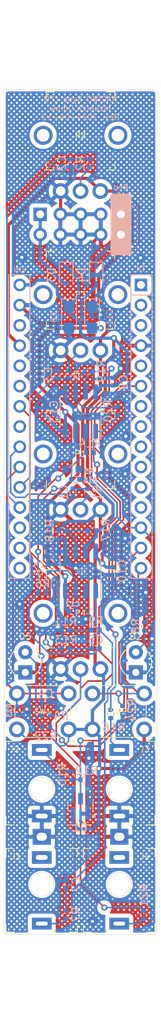
<source format=kicad_pcb>
(kicad_pcb (version 20240108) (generator "pcbnew") (generator_version "8.0")
  (layers (0 "F.Cu" signal) (31 "B.Cu" signal) (34 "B.Paste" user) (35 "F.Paste" user) (36 "B.SilkS" user "B.Silkscreen") (37 "F.SilkS" user "F.Silkscreen") (38 "B.Mask" user) (39 "F.Mask" user) (44 "Edge.Cuts" user))
  (net 0 "")
  (net 1 "+12V")
  (net 2 "GND")
  (net 3 "D10")
  (net 4 "+5V")
  (net 5 "A5")
  (net 6 "A3")
  (net 7 "D3")
  (net 8 "A1")
  (net 9 "A0")
  (net 10 "Net-(C5-Pad2)")
  (net 11 "Out")
  (net 13 "-12V")
  (net 17 "Net-(J1-PadT)")
  (net 18 "Net-(J2-PadT)")
  (net 19 "Net-(J3-PadT)")
  (net 20 "Net-(J4-PadT)")
  (net 21 "Net-(P1-PadW)")
  (net 22 "Net-(P2-PadW)")
  (net 23 "Net-(P3-PadW)")
  (net 24 "Net-(P4-PadW)")
  (net 27 "Net-(R14-Pad1)")
  (net 28 "-5VA")
  (net 31 "Net-(R19-Pad1)")
  (net 34 "D11")
  (net 35 "D12")
  (net 36 "A2")
  (net 37 "+3V3")
  (net 44 "Net-(U1A-+)")
  (net 45 "Net-(D2-A)")
  (net 46 "Net-(D3-A)")
  (net 47 "Net-(D4-K)")
  (net 48 "Net-(D5-A)")
  (net 49 "Net-(U1A--)")
  (net 50 "Net-(U2A--)")
  (net 51 "Net-(U1B--)")
  (net 52 "Net-(U2B--)")
  (footprint "LED_THT:LED_D3.0mm" (layer "F.Cu") (at 67.0505 124.39 90)
    (property "Reference" "D2")
    (property "Value" "LED" (hide yes))
  )
  (footprint "Connector_Audio_QingPu:Jack_3.5mm_QingPu_WQP-PJ301M-12" (layer "F.Cu") (at 64.975 139.04)
    (property "Reference" "J3")
    (property "Value" "BP_Inv_Out" (hide yes))
    (fp_circle (center 0 0) (end 1.5 0) (stroke (width 0.05)) (fill none) (layer "Edge.Cuts"))
  )
  (footprint "Connector_Audio_QingPu:Jack_3.5mm_QingPu_WQP-PJ301M-12" (layer "F.Cu") (at 64.975 151 180)
    (property "Reference" "J4")
    (property "Value" "BP_Out" (hide yes))
    (fp_circle (center 0 0) (end 1.5 0) (stroke (width 0.05)) (fill none) (layer "Edge.Cuts"))
  )
  (footprint "Potentiometer_THT_Additional:Potentiometer_AlpsAlpine_RK09L1140_wo_Fix" (layer "F.Cu") (at 60.1 96.96)
    (property "Reference" "P1")
    (property "Value" "B100K" (hide yes))
  )
  (footprint "Potentiometer_THT_Additional:Potentiometer_AlpsAlpine_RK09L1140" (layer "F.Cu") (at 60.1 56.96)
    (property "Reference" "P2")
    (property "Value" "B100K" (hide yes))
  )
  (footprint "Potentiometer_THT_Additional:Potentiometer_AlpsAlpine_RK09L1140_wo_Fix" (layer "F.Cu") (at 60.1 76.96)
    (property "Reference" "P3")
    (property "Value" "B100K" (hide yes))
  )
  (footprint "Potentiometer_THT_Additional:Potentiometer_AlpsAlpine_RK09L1140_wo_Fix" (layer "F.Cu") (at 60.1 116.96)
    (property "Reference" "P4")
    (property "Value" "B100K" (hide yes))
  )
  (footprint "Connector_Audio_QingPu:Jack_3.5mm_QingPu_WQP-PJ301M-12" (layer "F.Cu") (at 55.225 139.04)
    (property "Reference" "J2")
    (property "Value" "CLK In" (hide yes))
    (fp_circle (center 0 0) (end 1.5 0) (stroke (width 0.05)) (fill none) (layer "Edge.Cuts"))
  )
  (footprint "Connector_Audio_QingPu:Jack_3.5mm_QingPu_WQP-PJ301M-12" (layer "F.Cu") (at 55.225 151 180)
    (property "Reference" "J1")
    (property "Value" "UP_Out" (hide yes))
    (fp_circle (center 0 0) (end 1.5 0) (stroke (width 0.05)) (fill none) (layer "Edge.Cuts"))
  )
  (footprint "Button_Switch_THT:SW_PUSH_6mm" (layer "F.Cu") (at 52.1005 127.04)
    (property "Reference" "SW1")
    (property "Value" "Button" (hide yes))
  )
  (footprint "Button_Switch_THT:SW_PUSH_6mm" (layer "F.Cu") (at 61.6005 127.04)
    (property "Reference" "SW2")
    (property "Value" "Button" (hide yes))
  )
  (footprint "LED_THT:LED_D3.0mm" (layer "F.Cu") (at 53.1505 124.39 90)
    (property "Reference" "D5")
    (property "Value" "LED" (hide yes))
  )
  (footprint "Module:Arduino_Nano" (layer "B.Cu") (at 67.7 75.745 180)
    (property "Reference" "A1" (hide yes))
    (property "Value" "Arduino_Nano_v3.x" (hide yes))
  )
  (footprint "Capacitor_SMD:C_0402_1005Metric" (layer "B.Cu") (at 59.15 101.8 -90)
    (property "Reference" "C1")
    (property "Value" "220p")
  )
  (footprint "Capacitor_SMD:C_0402_1005Metric" (layer "B.Cu") (at 58.919936 60.459936 -90)
    (property "Reference" "C2")
    (property "Value" "220p")
  )
  (footprint "Capacitor_SMD:C_0402_1005Metric" (layer "B.Cu") (at 57.2 87 90)
    (property "Reference" "C3")
    (property "Value" "220p")
  )
  (footprint "Capacitor_SMD:C_0402_1005Metric" (layer "B.Cu") (at 55.7 128.14)
    (property "Reference" "C4")
    (property "Value" "220p")
  )
  (footprint "Capacitor_SMD:C_0402_1005Metric" (layer "B.Cu") (at 61.9995 121.4)
    (property "Reference" "C5")
    (property "Value" "6.8n")
  )
  (footprint "Capacitor_SMD:C_0402_1005Metric" (layer "B.Cu") (at 56.0205 111.36 -90)
    (property "Reference" "C6")
    (property "Value" "10n")
  )
  (footprint "Capacitor_SMD:C_0402_1005Metric" (layer "B.Cu") (at 58.2755 151.04 -90)
    (property "Reference" "C7")
    (property "Value" "100n")
  )
  (footprint "Capacitor_Tantalum_SMD:CP_EIA-3216-18_Kemet-A" (layer "B.Cu") (at 58.65 79.81 -90)
    (property "Reference" "C8")
    (property "Value" "10u" (hide yes))
  )
  (footprint "Capacitor_SMD:C_0402_1005Metric" (layer "B.Cu") (at 64.21 87.8805 -90)
    (property "Reference" "C9")
    (property "Value" "100n")
  )
  (footprint "Capacitor_SMD:C_0402_1005Metric" (layer "B.Cu") (at 64.18 111.66 90)
    (property "Reference" "C10")
    (property "Value" "100n")
  )
  (footprint "Capacitor_Tantalum_SMD:CP_EIA-3216-18_Kemet-A" (layer "B.Cu") (at 61.55 79.81 -90)
    (property "Reference" "C11")
    (property "Value" "10u" (hide yes))
  )
  (footprint "Capacitor_SMD:C_0402_1005Metric" (layer "B.Cu") (at 59.1005 116.75)
    (property "Reference" "C12")
    (property "Value" "100n")
  )
  (footprint "Capacitor_SMD:C_0402_1005Metric" (layer "B.Cu") (at 55.6 91.65 90)
    (property "Reference" "C13")
    (property "Value" "100n")
  )
  (footprint "Package_TO_SOT_SMD:SOT-23" (layer "B.Cu") (at 60.1 141.19 90)
    (property "Reference" "D1")
    (property "Value" "BAV99,215")
  )
  (footprint "Diode_SMD:D_SOD-323" (layer "B.Cu") (at 58.3 74.5 -90)
    (property "Reference" "D3")
    (property "Value" "1N5819")
  )
  (footprint "Diode_SMD:D_SOD-323" (layer "B.Cu") (at 62.05 74.5 -90)
    (property "Reference" "D4")
    (property "Value" "1N5819")
  )
  (footprint "CATs_Eurosynth_Specials:Power_2x5_Vertical" (layer "B.Cu") (at 55.025 66.88 -90)
    (property "Reference" "J5" (hide yes))
    (property "Value" "Power" (hide yes))
  )
  (footprint "Resistor_SMD:R_0402_1005Metric" (layer "B.Cu") (at 61.249936 60.459936 -90)
    (property "Reference" "R2")
    (property "Value" "470R")
  )
  (footprint "Resistor_SMD:R_0402_1005Metric" (layer "B.Cu") (at 58.65 87 90)
    (property "Reference" "R3")
    (property "Value" "470R")
  )
  (footprint "Resistor_SMD:R_0402_1005Metric" (layer "B.Cu") (at 55.75 129.75)
    (property "Reference" "R4")
    (property "Value" "470R")
  )
  (footprint "Resistor_SMD:R_0603_1608Metric" (layer "B.Cu") (at 59.05 98.875)
    (property "Reference" "R5")
    (property "Value" "13k")
  )
  (footprint "Resistor_SMD:R_0402_1005Metric" (layer "B.Cu") (at 55.3205 114.41 180)
    (property "Reference" "R6")
    (property "Value" "27k")
  )
  (footprint "Resistor_SMD:R_0402_1005Metric" (layer "B.Cu") (at 58.2755 154.82 90)
    (property "Reference" "R7")
    (property "Value" "1k")
  )
  (footprint "Resistor_SMD:R_0402_1005Metric" (layer "B.Cu") (at 68.1505 118.61 90)
    (property "Reference" "R8")
    (property "Value" "300R")
  )
  (footprint "Resistor_SMD:R_0402_1005Metric" (layer "B.Cu") (at 61.9795 119.08 180)
    (property "Reference" "R9")
    (property "Value" "10k")
  )
  (footprint "Resistor_SMD:R_0402_1005Metric" (layer "B.Cu") (at 58.95 137.35 90)
    (property "Reference" "R10")
    (property "Value" "1k")
  )
  (footprint "Resistor_SMD:R_0402_1005Metric" (layer "B.Cu") (at 60.6 137.85 180)
    (property "Reference" "R12")
    (property "Value" "100k")
  )
  (footprint "Resistor_SMD:R_0402_1005Metric" (layer "B.Cu") (at 58.2195 121.4)
    (property "Reference" "R13")
    (property "Value" "10k")
  )
  (footprint "Resistor_SMD:R_0402_1005Metric" (layer "B.Cu") (at 61.25 96.8 180)
    (property "Reference" "R14")
    (property "Value" "20k")
  )
  (footprint "Resistor_SMD:R_0402_1005Metric" (layer "B.Cu") (at 59.45 100.15)
    (property "Reference" "R15")
    (property "Value" "10k")
  )
  (footprint "Resistor_SMD:R_0402_1005Metric" (layer "B.Cu") (at 63.9 129.6 90)
    (property "Reference" "R16")
    (property "Value" "1k")
  )
  (footprint "Resistor_SMD:R_0402_1005Metric" (layer "B.Cu") (at 61.5795 106.61 180)
    (property "Reference" "R17")
    (property "Value" "10k")
  )
  (footprint "Resistor_SMD:R_0402_1005Metric" (layer "B.Cu") (at 57.8195 106.61 180)
    (property "Reference" "R18")
    (property "Value" "10k")
  )
  (footprint "Resistor_SMD:R_0402_1005Metric" (layer "B.Cu") (at 61.12 86.6105 180)
    (property "Reference" "R19")
    (property "Value" "10k")
  )
  (footprint "Resistor_SMD:R_0402_1005Metric" (layer "B.Cu") (at 64.75 91.55 -90)
    (property "Reference" "R20")
    (property "Value" "10k")
  )
  (footprint "Package_SO:SOIC-8_3.9x4.9mm_P1.27mm" (layer "B.Cu") (at 60.1 111.66 90)
    (property "Reference" "U1")
    (property "Value" "TL072" (hide yes))
  )
  (footprint "Package_SO:SOIC-8_3.9x4.9mm_P1.27mm" (layer "B.Cu") (at 60.1 91.6605 90)
    (property "Reference" "U2")
    (property "Value" "TL072" (hide yes))
  )
  (footprint "Resistor_SMD:R_0402_1005Metric" (layer "B.Cu") (at 61 101.85 -90)
    (property "Reference" "R1")
    (property "Value" "470R")
  )
  (footprint "Resistor_SMD:R_0402_1005Metric" (layer "B.Cu") (at 68.0245 154.8195 90)
    (property "Reference" "R21")
    (property "Value" "1k")
  )
  (footprint "Resistor_SMD:R_0402_1005Metric" (layer "B.Cu") (at 58.2195 119.08)
    (property "Reference" "R11")
    (property "Value" "10k")
  )
  (footprint "Resistor_SMD:R_0402_1005Metric" (layer "B.Cu") (at 65.4 129.1 90)
    (property "Reference" "R24")
    (property "Value" "10k")
  )
  (footprint "Resistor_SMD:R_0402_1005Metric" (layer "B.Cu") (at 52.1 129.2 90)
    (property "Reference" "R23")
    (property "Value" "10k")
  )
  (footprint "Resistor_SMD:R_0402_1005Metric" (layer "B.Cu") (at 55.75 131.2)
    (property "Reference" "R22")
    (property "Value" "300R")
  )
  (gr_line (start 50.5 156.75) (end 50.5 51.75) (stroke (width 0.05)) (layer "Edge.Cuts"))
  (gr_line (start 69.2 157.25) (end 51 157.25) (stroke (width 0.05)) (layer "Edge.Cuts"))
  (gr_arc (start 51 157.25) (mid 50.646447 157.103553) (end 50.5 156.75) (stroke (width 0.05)) (layer "Edge.Cuts"))
  (gr_arc (start 50.5 51.75) (mid 50.646447 51.396447) (end 51 51.25) (stroke (width 0.05)) (layer "Edge.Cuts"))
  (gr_arc (start 69.2 51.25) (mid 69.553553 51.396447) (end 69.7 51.75) (stroke (width 0.05)) (layer "Edge.Cuts"))
  (gr_line (start 51 51.25) (end 69.2 51.25) (stroke (width 0.05)) (layer "Edge.Cuts"))
  (gr_line (start 69.7 51.75) (end 69.7 156.75) (stroke (width 0.05)) (layer "Edge.Cuts"))
  (gr_arc (start 69.7 156.75) (mid 69.553553 157.103553) (end 69.2 157.25) (stroke (width 0.05)) (layer "Edge.Cuts"))
  (gr_text "HAGIWO Sync LFO\nmzuelch/jmnw\nRev. 2024-04-12" (at 60.1 53.56 0) (layer "B.SilkS") (effects (font (size 0.7 0.7) (thickness 0.0875)) (justify mirror)))
  (segment (start 63.2 109.101028) (end 63.2 105.6525) (width 0.4) (layer "F.Cu") (net 1))
  (segment (start 62.8045 109.496528) (end 63.2 109.101028) (width 0.4) (layer "F.Cu") (net 1))
  (segment (start 64.2845 84.528) (end 64.2845 82.428) (width 0.4) (layer "F.Cu") (net 1))
  (segment (start 62.8445 110.708) (end 62.8045 110.668) (width 0.4) (layer "F.Cu") (net 1))
  (segment (start 63.2 105.6525) (end 64.1845 104.668) (width 0.4) (layer "F.Cu") (net 1))
  (segment (start 64.1845 103.298) (end 60.9845 100.098) (width 0.4) (layer "F.Cu") (net 1))
  (segment (start 62.8045 110.668) (end 62.8045 109.496528) (width 0.4) (layer "F.Cu") (net 1))
  (segment (start 60.9845 100.098) (end 60.9845 91.336528) (width 0.4) (layer "F.Cu") (net 1))
  (segment (start 60.9845 91.336528) (end 63.2 89.121028) (width 0.4) (layer "F.Cu") (net 1))
  (segment (start 64.1845 104.668) (end 64.1845 103.298) (width 0.4) (layer "F.Cu") (net 1))
  (segment (start 63.2 85.6125) (end 64.2845 84.528) (width 0.4) (layer "F.Cu") (net 1))
  (segment (start 63.2 89.121028) (end 63.2 85.6125) (width 0.4) (layer "F.Cu") (net 1))
  (via (at 62.8445 110.708) (size 0.8) (drill 0.4) (layers "F.Cu" "B.Cu") (net 1))
  (via (at 64.2845 82.428) (size 0.8) (drill 0.4) (layers "F.Cu" "B.Cu") (net 1))
  (segment (start 62.005 109.8685) (end 62.8445 110.708) (width 0.4) (layer "B.Cu") (net 1))
  (segment (start 57.1945 77.0045) (end 57.1945 76.208) (width 0.4) (layer "B.Cu") (net 1))
  (segment (start 60.0945 81.148) (end 60.0945 81.778) (width 0.4) (layer "B.Cu") (net 1))
  (segment (start 54.0575 75.745) (end 52.46 75.745) (width 0.4) (layer "B.Cu") (net 1))
  (segment (start 57.1945 76.208) (end 56.1345 75.148) (width 0.4) (layer "B.Cu") (net 1))
  (segment (start 65.9545 87.086) (end 64.68 88.3605) (width 0.4) (layer "B.Cu") (net 1))
  (segment (start 64.68 88.3605) (end 64.21 88.3605) (width 0.4) (layer "B.Cu") (net 1))
  (segment (start 59.986986 80.445514) (end 60.0945 80.553028) (width 0.4) (layer "B.Cu") (net 1))
  (segment (start 60.0945 81.778) (end 60.7445 82.428) (width 0.4) (layer "B.Cu") (net 1))
  (segment (start 63.3165 111.18) (end 62.8445 110.708) (width 0.4) (layer "B.Cu") (net 1))
  (segment (start 65.9545 84.098) (end 64.2845 82.428) (width 0.4) (layer "B.Cu") (net 1))
  (segment (start 59.8445 77.239472) (end 58.65 78.433972) (width 0.4) (layer "B.Cu") (net 1))
  (segment (start 65.9545 87.086) (end 65.9545 84.098) (width 0.4) (layer "B.Cu") (net 1))
  (segment (start 59.8445 74.9945) (end 59.8445 77.239472) (width 0.4) (layer "B.Cu") (net 1))
  (segment (start 60.7445 82.428) (end 64.2845 82.428) (width 0.4) (layer "B.Cu") (net 1))
  (segment (start 62.005 109.185) (end 62.005 109.8685) (width 0.4) (layer "B.Cu") (net 1))
  (segment (start 54.6545 75.148) (end 54.0575 75.745) (width 0.4) (layer "B.Cu") (net 1))
  (segment (start 62.83 88.3605) (end 62.005 89.1855) (width 0.4) (layer "B.Cu") (net 1))
  (segment (start 64.21 88.3605) (end 62.83 88.3605) (width 0.4) (layer "B.Cu") (net 1))
  (segment (start 64.18 111.18) (end 63.3165 111.18) (width 0.4) (layer "B.Cu") (net 1))
  (segment (start 60.0945 80.553028) (end 60.0945 81.148) (width 0.4) (layer "B.Cu") (net 1))
  (segment (start 58.3 73.45) (end 59.8445 74.9945) (width 0.4) (layer "B.Cu") (net 1))
  (segment (start 58.65 79.108528) (end 59.986986 80.445514) (width 0.4) (layer "B.Cu") (net 1))
  (segment (start 58.65 78.433972) (end 58.65 78.46) (width 0.4) (layer "B.Cu") (net 1))
  (segment (start 56.1345 75.148) (end 54.6545 75.148) (width 0.4) (layer "B.Cu") (net 1))
  (segment (start 58.65 78.46) (end 58.65 79.108528) (width 0.4) (layer "B.Cu") (net 1))
  (segment (start 58.65 78.46) (end 57.1945 77.0045) (width 0.4) (layer "B.Cu") (net 1))
  (segment (start 62.645 69.42) (end 61.795 70.27) (width 0.4) (layer "F.Cu") (net 2))
  (segment (start 61.795 70.27) (end 61.795 78.6985) (width 0.4) (layer "F.Cu") (net 2))
  (segment (start 62.5845 79.488) (end 61.5045 80.568) (width 0.4) (layer "F.Cu") (net 2))
  (segment (start 57.6 66.845) (end 57.565 66.88) (width 0.4) (layer "F.Cu") (net 2))
  (segment (start 54.743 80.568) (end 52.46 78.285) (width 0.4) (layer "F.Cu") (net 2))
  (segment (start 61.5045 80.568) (end 54.743 80.568) (width 0.4) (layer "F.Cu") (net 2))
  (segment (start 57.6 63.96) (end 57.6 66.845) (width 0.4) (layer "F.Cu") (net 2))
  (segment (start 61.795 78.6985) (end 62.5845 79.488) (width 0.4) (layer "F.Cu") (net 2))
  (via (at 69.1 120.15) (size 0.8) (drill 0.4) (layers "F.Cu" "B.Cu") (net 2))
  (via (at 53.35 129) (size 0.8) (drill 0.4) (layers "F.Cu" "B.Cu") (net 2))
  (via (at 62.8045 91.928) (size 0.8) (drill 0.4) (layers "F.Cu" "B.Cu") (net 2))
  (via (at 60.7545 117.688) (size 0.8) (drill 0.4) (layers "F.Cu" "B.Cu") (net 2))
  (via (at 59.465 91.4385) (size 0.8) (drill 0.4) (layers "F.Cu" "B.Cu") (net 2))
  (via (at 61.15 135.15) (size 0.8) (drill 0.4) (layers "F.Cu" "B.Cu") (net 2))
  (via (at 65.7945 94.748) (size 0.8) (drill 0.4) (layers "F.Cu" "B.Cu") (net 2))
  (via (at 61.5945 155.638) (size 0.8) (drill 0.4) (layers "F.Cu" "B.Cu") (net 2))
  (via (at 57.6845 128.878) (size 0.8) (drill 0.4) (layers "F.Cu" "B.Cu") (net 2))
  (via (at 65.7245 99.458) (size 0.8) (drill 0.4) (layers "F.Cu" "B.Cu") (net 2))
  (via (at 52.7145 72.278) (size 0.8) (drill 0.4) (layers "F.Cu" "B.Cu") (net 2))
  (via (at 62.5845 79.488) (size 0.8) (drill 0.4) (layers "F.Cu" "B.Cu") (net 2))
  (via (at 54.6745 94.578) (size 0.8) (drill 0.4) (layers "F.Cu" "B.Cu") (net 2))
  (via (at 54.6 118.95) (size 0.8) (drill 0.4) (layers "F.Cu" "B.Cu") (net 2))
  (via (at 52.45 115.8) (size 0.8) (drill 0.4) (layers "F.Cu" "B.Cu") (net 2))
  (via (at 68.3 114.35) (size 0.8) (drill 0.4) (layers "F.Cu" "B.Cu") (net 2))
  (via (at 67.6445 72.348) (size 0.8) (drill 0.4) (layers "F.Cu" "B.Cu") (net 2))
  (via (at 56.5845 119.988) (size 0.8) (drill 0.4) (layers "F.Cu" "B.Cu") (net 2))
  (via (at 59.4845 111.298) (size 0.8) (drill 0.4) (layers "F.Cu" "B.Cu") (net 2))
  (via (at 65.1545 86.228) (size 0.8) (drill 0.4) (layers "F.Cu" "B.Cu") (net 2))
  (via (at 65.7045 107.558) (size 0.8) (drill 0.4) (layers "F.Cu" "B.Cu") (net 2))
  (segment (start 58.195 89.1855) (end 57.5845 89.1855) (width 0.4) (layer "B.Cu") (net 2))
  (segment (start 61.5565 78.46) (end 62.5845 79.488) (width 0.4) (layer "B.Cu") (net 2))
  (segment (start 65.1545 86.456) (end 64.21 87.4005) (width 0.4) (layer "B.Cu") (net 2))
  (segment (start 58.195 109.185) (end 58.195 110.0085) (width 0.4) (layer "B.Cu") (net 2))
  (segment (start 61.55 78.46) (end 61.5565 78.46) (width 0.4) (layer "B.Cu") (net 2))
  (segment (start 57.6 103.96) (end 57.6 103.83) (width 0.4) (layer "B.Cu") (net 2))
  (segment (start 58.195 110.0085) (end 59.4845 111.298) (width 0.4) (layer "B.Cu") (net 2))
  (segment (start 57.6 103.83) (end 59.15 102.28) (width 0.4) (layer "B.Cu") (net 2))
  (segment (start 65.1545 86.228) (end 65.1545 86.456) (width 0.4) (layer "B.Cu") (net 2))
  (segment (start 59.465 94.1355) (end 59.465 91.4385) (width 0.4) (layer "B.Cu") (net 2))
  (segment (start 58.195 90.1685) (end 58.195 89.1855) (width 0.4) (layer "B.Cu") (net 2))
  (segment (start 59.465 91.4385) (end 58.195 90.1685) (width 0.4) (layer "B.Cu") (net 2))
  (segment (start 57.5845 89.1855) (end 55.6 91.17) (width 0.4) (layer "B.Cu") (net 2))
  (segment (start 59.9925 99.01) (end 60.6465 99.01) (width 0.2) (layer "B.Cu") (net 3))
  (segment (start 64.6945 103.058) (end 64.6945 104.858) (width 0.2) (layer "B.Cu") (net 3))
  (segment (start 60.6465 99.01) (end 64.6945 103.058) (width 0.2) (layer "B.Cu") (net 3))
  (segment (start 69.15 107.675) (end 69.15 117.1005) (width 0.2) (layer "B.Cu") (net 3))
  (segment (start 69.15 117.1005) (end 68.1505 118.1) (width 0.2) (layer "B.Cu") (net 3))
  (segment (start 64.6945 104.858) (end 66.0615 106.225) (width 0.2) (layer "B.Cu") (net 3))
  (segment (start 66.0615 106.225) (end 67.7 106.225) (width 0.2) (layer "B.Cu") (net 3))
  (segment (start 67.7 106.225) (end 69.15 107.675) (width 0.2) (layer "B.Cu") (net 3))
  (segment (start 62.395 77.878) (end 62.395 74.3975) (width 0.4) (layer "F.Cu") (net 4))
  (segment (start 68.1005 131.54) (end 68.1005 133.7945) (width 0.4) (layer "F.Cu") (net 4))
  (segment (start 51.0245 68.228) (end 51.0245 81.9295) (width 0.4) (layer "F.Cu") (net 4))
  (segment (start 68.1005 133.7945) (end 65.445 136.45) (width 0.4) (layer "F.Cu") (net 4))
  (segment (start 60.3845 91.088) (end 62.6 88.8725) (width 0.4) (layer "F.Cu") (net 4))
  (segment (start 62.395 74.3975) (end 66.6345 70.158) (width 0.4) (layer "F.Cu") (net 4))
  (segment (start 62.6 63.96) (end 61.008 62.368) (width 0.4) (layer "F.Cu") (net 4))
  (segment (start 66.6345 66.268) (end 64.3265 63.96) (width 0.4) (layer "F.Cu") (net 4))
  (segment (start 62.6 88.8725) (end 62.6 83.96) (width 0.4) (layer "F.Cu") (net 4))
  (segment (start 63.4645 81.598) (end 63.4645 78.9475) (width 0.4) (layer "F.Cu") (net 4))
  (segment (start 62.6 103.96) (end 62.6 108.8525) (width 0.4) (layer "F.Cu") (net 4))
  (segment (start 60.3845 100.346528) (end 60.3845 91.088) (width 0.4) (layer "F.Cu") (net 4))
  (segment (start 62.6 102.562028) (end 60.3845 100.346528) (width 0.4) (layer "F.Cu") (net 4))
  (segment (start 61.9345 123.2945) (end 62.6 123.96) (width 0.4) (layer "F.Cu") (net 4))
  (segment (start 62.6 108.8525) (end 61.9345 109.518) (width 0.4) (layer "F.Cu") (net 4))
  (segment (start 66.6345 70.158) (end 66.6345 66.268) (width 0.4) (layer "F.Cu") (net 4))
  (segment (start 61.008 62.368) (end 56.8845 62.368) (width 0.4) (layer "F.Cu") (net 4))
  (segment (start 62.6 82.4625) (end 63.4645 81.598) (width 0.4) (layer "F.Cu") (net 4))
  (segment (start 64.3265 63.96) (end 62.6 63.96) (width 0.4) (layer "F.Cu") (net 4))
  (segment (start 56.8845 62.368) (end 51.0245 68.228) (width 0.4) (layer "F.Cu") (net 4))
  (segment (start 63.4645 78.9475) (end 62.395 77.878) (width 0.4) (layer "F.Cu") (net 4))
  (segment (start 61.9345 109.518) (end 61.9345 123.2945) (width 0.4) (layer "F.Cu") (net 4))
  (segment (start 62.6 103.96) (end 62.6 102.562028) (width 0.4) (layer "F.Cu") (net 4))
  (segment (start 65.445 136.45) (end 62.4 136.45) (width 0.4) (layer "F.Cu") (net 4))
  (segment (start 62.6 83.96) (end 62.6 82.4625) (width 0.4) (layer "F.Cu") (net 4))
  (segment (start 51.0245 81.9295) (end 52.46 83.365) (width 0.4) (layer "F.Cu") (net 4))
  (via (at 62.4 136.45) (size 0.8) (drill 0.4) (layers "F.Cu" "B.Cu") (net 4))
  (segment (start 53.1005 132.54) (end 56.404818 132.54) (width 0.2) (layer "B.Cu") (net 4))
  (segment (start 61.6005 129.1495) (end 63.0005 127.7495) (width 0.4) (layer "B.Cu") (net 4))
  (segment (start 61.132 105.428) (end 62.6 103.96) (width 0.4) (layer "B.Cu") (net 4))
  (segment (start 58.431154 105.428) (end 61.132 105.428) (width 0.4) (layer "B.Cu") (net 4))
  (segment (start 57.3095 106.549654) (end 58.431154 105.428) (width 0.4) (layer "B.Cu") (net 4))
  (segment (start 62.4 136.45) (end 62.5 136.35) (width 0.4) (layer "B.Cu") (net 4))
  (segment (start 56.404818 132.54) (end 57.46005 133.595232) (width 0.2) (layer "B.Cu") (net 4))
  (segment (start 61.6005 131.54) (end 58.6005 131.54) (width 0.4) (layer "B.Cu") (net 4))
  (segment (start 57.46005 133.595232) (end 58.03995 133.595232) (width 0.2) (layer "B.Cu") (net 4))
  (segment (start 57.3095 106.61) (end 57.3095 106.549654) (width 0.4) (layer "B.Cu") (net 4))
  (segment (start 59.85 144.05) (end 61.6 144.05) (width 0.4) (layer "B.Cu") (net 4))
  (segment (start 58.6005 133.034682) (end 58.6005 131.54) (width 0.2) (layer "B.Cu") (net 4))
  (segment (start 62.4 143.25) (end 62.4 136.45) (width 0.4) (layer "B.Cu") (net 4))
  (segment (start 61.6 144.05) (end 62.4 143.25) (width 0.4) (layer "B.Cu") (net 4))
  (segment (start 61.6005 131.54) (end 61.6005 129.1495) (width 0.4) (layer "B.Cu") (net 4))
  (segment (start 63.0005 124.3605) (end 62.6 123.96) (width 0.4) (layer "B.Cu") (net 4))
  (segment (start 63.0005 127.7495) (end 63.0005 124.3605) (width 0.4) (layer "B.Cu") (net 4))
  (segment (start 62.5 132.4395) (end 61.6005 131.54) (width 0.4) (layer "B.Cu") (net 4))
  (segment (start 59.15 142.1275) (end 59.15 143.35) (width 0.4) (layer "B.Cu") (net 4))
  (segment (start 59.15 143.35) (end 59.85 144.05) (width 0.4) (layer "B.Cu") (net 4))
  (segment (start 62.5 136.35) (end 62.5 132.4395) (width 0.4) (layer "B.Cu") (net 4))
  (segment (start 58.03995 133.595232) (end 58.6005 133.034682) (width 0.2) (layer "B.Cu") (net 4))
  (segment (start 52.1005 131.54) (end 53.1005 132.54) (width 0.2) (layer "B.Cu") (net 4))
  (segment (start 54.9645 122.111559) (end 54.9645 119.992315) (width 0.2) (layer "F.Cu") (net 5))
  (segment (start 54.9645 119.992315) (end 56.9745 117.982315) (width 0.2) (layer "F.Cu") (net 5))
  (segment (start 55.183564 122.330623) (end 54.9645 122.111559) (width 0.2) (layer "F.Cu") (net 5))
  (segment (start 56.9745 117.982315) (end 56.9745 112.463686) (width 0.2) (layer "F.Cu") (net 5))
  (segment (start 53.7245 92.2495) (end 52.46 90.985) (width 0.2) (layer "F.Cu") (net 5))
  (segment (start 56.9745 112.463686) (end 53.7245 109.213685) (width 0.2) (layer "F.Cu") (net 5))
  (segment (start 53.7245 109.213685) (end 53.7245 92.2495) (width 0.2) (layer "F.Cu") (net 5))
  (via (at 55.183564 122.330623) (size 0.8) (drill 0.4) (layers "F.Cu" "B.Cu") (net 5))
  (segment (start 55.2 128.12) (end 55.22 128.14) (width 0.2) (layer "B.Cu") (net 5))
  (segment (start 55.22 128.14) (end 55.22 129.73) (width 0.2) (layer "B.Cu") (net 5))
  (segment (start 55.183564 122.330623) (end 55.2 122.347059) (width 0.2) (layer "B.Cu") (net 5))
  (segment (start 55.22 129.73) (end 55.24 129.75) (width 0.2) (layer "B.Cu") (net 5))
  (segment (start 55.2 122.347059) (end 55.2 128.12) (width 0.2) (layer "B.Cu") (net 5))
  (segment (start 61 101.34) (end 59.17 101.34) (width 0.2) (layer "B.Cu") (net 6))
  (segment (start 53.492 102.008) (end 53.092 102.408) (width 0.2) (layer "B.Cu") (net 6))
  (segment (start 53.092 102.408) (end 51.9445 102.408) (width 0.2) (layer "B.Cu") (net 6))
  (segment (start 51.3145 101.778) (end 51.3145 97.2105) (width 0.2) (layer "B.Cu") (net 6))
  (segment (start 51.3145 97.2105) (end 52.46 96.065) (width 0.2) (layer "B.Cu") (net 6))
  (segment (start 59.17 101.34) (end 59.15 101.32) (width 0.2) (layer "B.Cu") (net 6))
  (segment (start 59.15 101.32) (end 58.462 102.008) (width 0.2) (layer "B.Cu") (net 6))
  (segment (start 51.9445 102.408) (end 51.3145 101.778) (width 0.2) (layer "B.Cu") (net 6))
  (segment (start 58.462 102.008) (end 53.492 102.008) (width 0.2) (layer "B.Cu") (net 6))
  (segment (start 61.8845 91.70932) (end 65.14882 88.445) (width 0.2) (layer "F.Cu") (net 7))
  (segment (start 65.5845 129.949814) (end 65.5845 126.3345) (width 0.2) (layer "F.Cu") (net 7))
  (segment (start 66.5445 116.0945) (end 64.5 114.05) (width 0.2) (layer "F.Cu") (net 7))
  (segment (start 65.4845 105.206478) (end 65.4845 102.759522) (width 0.2) (layer "F.Cu") (net 7))
  (segment (start 64.5 106.190978) (end 65.4845 105.206478) (width 0.2) (layer "F.Cu") (net 7))
  (segment (start 64.95 125.7) (end 64.95 120.65) (width 0.2) (layer "F.Cu") (net 7))
  (segment (start 66.5445 119.0555) (end 66.5445 116.0945) (width 0.2) (layer "F.Cu") (net 7))
  (segment (start 65.4845 102.759522) (end 63.0445 100.319522) (width 0.2) (layer "F.Cu") (net 7))
  (segment (start 63.0445 100.319522) (end 63.0445 97.378) (width 0.2) (layer "F.Cu") (net 7))
  (segment (start 65.14882 88.445) (end 67.7 88.445) (width 0.2) (layer "F.Cu") (net 7))
  (segment (start 63.0445 97.378) (end 61.8845 96.218) (width 0.2) (layer "F.Cu") (net 7))
  (segment (start 64.95 120.65) (end 66.5445 119.0555) (width 0.2) (layer "F.Cu") (net 7))
  (segment (start 61.8845 96.218) (end 61.8845 91.70932) (width 0.2) (layer "F.Cu") (net 7))
  (segment (start 64.5 114.05) (end 64.5 106.190978) (width 0.2) (layer "F.Cu") (net 7))
  (segment (start 62.584314 132.95) (end 65.5845 129.949814) (width 0.2) (layer "F.Cu") (net 7))
  (segment (start 60.1 132.95) (end 62.584314 132.95) (width 0.2) (layer "F.Cu") (net 7))
  (segment (start 65.5845 126.3345) (end 64.95 125.7) (width 0.2) (layer "F.Cu") (net 7))
  (via (at 60.1 132.95) (size 0.8) (drill 0.4) (layers "F.Cu" "B.Cu") (net 7))
  (segment (start 60.09 137.85) (end 58.96 137.85) (width 0.2) (layer "B.Cu") (net 7))
  (segment (start 60.09 132.96) (end 60.1 132.95) (width 0.2) (layer "B.Cu") (net 7))
  (segment (start 60.1 137.86) (end 60.09 137.85) (width 0.2) (layer "B.Cu") (net 7))
  (segment (start 60.09 137.85) (end 60.09 132.96) (width 0.2) (layer "B.Cu") (net 7))
  (segment (start 60.1 140.2525) (end 60.1 137.86) (width 0.2) (layer "B.Cu") (net 7))
  (segment (start 58.96 137.85) (end 58.95 137.86) (width 0.2) (layer "B.Cu") (net 7))
  (segment (start 58.62 87.48) (end 58.65 87.51) (width 0.2) (layer "B.Cu") (net 8))
  (segment (start 52.46 101.145) (end 53.7545 99.8505) (width 0.2) (layer "B.Cu") (net 8))
  (segment (start 53.7545 90.4455) (end 56.72 87.48) (width 0.2) (layer "B.Cu") (net 8))
  (segment (start 57.2 87.48) (end 58.62 87.48) (width 0.2) (layer "B.Cu") (net 8))
  (segment (start 53.7545 99.8505) (end 53.7545 90.4455) (width 0.2) (layer "B.Cu") (net 8))
  (segment (start 56.72 87.48) (end 57.2 87.48) (width 0.2) (layer "B.Cu") (net 8))
  (segment (start 58.919936 59.979936) (end 57.170064 59.979936) (width 0.2) (layer "B.Cu") (net 9))
  (segment (start 50.8445 66.3055) (end 50.8445 102.0695) (width 0.2) (layer "B.Cu") (net 9))
  (segment (start 58.949936 59.949936) (end 58.919936 59.979936) (width 0.2) (layer "B.Cu") (net 9))
  (segment (start 61.249936 59.949936) (end 58.949936 59.949936) (width 0.2) (layer "B.Cu") (net 9))
  (segment (start 57.170064 59.979936) (end 50.8445 66.3055) (width 0.2) (layer "B.Cu") (net 9))
  (segment (start 50.8445 102.0695) (end 52.46 103.685) (width 0.2) (layer "B.Cu") (net 9))
  (segment (start 54.765 102.2875) (end 57.0045 100.048) (width 0.2) (layer "F.Cu") (net 10))
  (segment (start 54.765 109.238) (end 54.765 102.2875) (width 0.2) (layer "F.Cu") (net 10))
  (segment (start 57.0045 100.048) (end 57.2945 100.048) (width 0.2) (layer "F.Cu") (net 10))
  (via (at 57.2945 100.048) (size 0.8) (drill 0.4) (layers "F.Cu" "B.Cu") (net 10))
  (via (at 54.765 109.238) (size 0.8) (drill 0.4) (layers "F.Cu" "B.Cu") (net 10))
  (segment (start 58.1675 99.175) (end 57.2945 100.048) (width 0.2) (layer "B.Cu") (net 10))
  (segment (start 54.8105 114.41) (end 53.65 115.5705) (width 0.2) (layer "B.Cu") (net 10))
  (segment (start 61.8295 122.05) (end 62.4795 121.4) (width 0.2) (layer "B.Cu") (net 10))
  (segment (start 54.765 114.3645) (end 54.8105 114.41) (width 0.2) (layer "B.Cu") (net 10))
  (segment (start 54.765 109.238) (end 54.765 114.3645) (width 0.2) (layer "B.Cu") (net 10))
  (segment (start 53.65 115.5705) (end 53.65 119.50345) (width 0.2) (layer "B.Cu") (net 10))
  (segment (start 56.19655 122.05) (end 61.8295 122.05) (width 0.2) (layer "B.Cu") (net 10))
  (segment (start 53.65 119.50345) (end 56.19655 122.05) (width 0.2) (layer "B.Cu") (net 10))
  (segment (start 58.1675 99.01) (end 58.1675 99.175) (width 0.2) (layer "B.Cu") (net 10))
  (segment (start 63.15 128.307106) (end 63.5005 127.956606) (width 0.2) (layer "B.Cu") (net 11))
  (segment (start 62.4895 119.08) (end 62.4895 119.2105) (width 0.2) (layer "B.Cu") (net 11))
  (segment (start 62.005 118.5955) (end 62.4895 119.08) (width 0.2) (layer "B.Cu") (net 11))
  (segment (start 61.5195 120.1805) (end 61.5195 121.4) (width 0.2) (layer "B.Cu") (net 11))
  (segment (start 58.2755 151.52) (end 63.15 146.6455) (width 0.2) (layer "B.Cu") (net 11))
  (segment (start 61.5195 121.4) (end 58.7295 121.4) (width 0.2) (layer "B.Cu") (net 11))
  (segment (start 62.4895 119.2105) (end 61.5195 120.1805) (width 0.2) (layer "B.Cu") (net 11))
  (segment (start 63.5005 127.956606) (end 63.5005 126.562) (width 0.2) (layer "B.Cu") (net 11))
  (segment (start 63.15 146.6455) (end 63.15 128.307106) (width 0.2) (layer "B.Cu") (net 11))
  (segment (start 63.5005 126.562) (end 64.1045 125.958) (width 0.2) (layer "B.Cu") (net 11))
  (segment (start 64.1045 125.958) (end 64.1045 120.695) (width 0.2) (layer "B.Cu") (net 11))
  (segment (start 64.1045 120.695) (end 62.4895 119.08) (width 0.2) (layer "B.Cu") (net 11))
  (segment (start 58.2755 154.31) (end 58.2755 151.52) (width 0.2) (layer "B.Cu") (net 11))
  (segment (start 62.005 114.135) (end 62.005 118.5955) (width 0.2) (layer "B.Cu") (net 11))
  (segment (start 54.95 82.5) (end 54.95 88.4635) (width 0.4) (layer "F.Cu") (net 13))
  (segment (start 59.7845 93.298) (end 59.7845 99.478) (width 0.4) (layer "F.Cu") (net 13))
  (segment (start 54.95 88.4635) (end 58.1845 91.698) (width 0.4) (layer "F.Cu") (net 13))
  (segment (start 55.9645 104.158) (end 55.9645 110.108) (width 0.4) (layer "F.Cu") (net 13))
  (segment (start 55.9645 103.298) (end 55.9645 104.158) (width 0.4) (layer "F.Cu") (net 13))
  (segment (start 55.9645 110.108) (end 58.1845 112.328) (width 0.4) (layer "F.Cu") (net 13))
  (segment (start 56.282 81.168) (end 54.95 82.5) (width 0.4) (layer "F.Cu") (net 13))
  (segment (start 59.7845 99.478) (end 55.9645 103.298) (width 0.4) (layer "F.Cu") (net 13))
  (segment (start 58.1845 91.698) (end 59.7845 93.298) (width 0.4) (layer "F.Cu") (net 13))
  (segment (start 62.6245 81.168) (end 56.282 81.168) (width 0.4) (layer "F.Cu") (net 13))
  (via (at 58.1845 91.698) (size 0.8) (drill 0.4) (layers "F.Cu" "B.Cu") (net 13))
  (via (at 58.1845 112.328) (size 0.8) (drill 0.4) (layers "F.Cu" "B.Cu") (net 13))
  (via (at 62.6245 81.168) (size 0.8) (drill 0.4) (layers "F.Cu" "B.Cu") (net 13))
  (segment (start 58.195 94.1355) (end 58.195 91.7085) (width 0.4) (layer "B.Cu") (net 13))
  (segment (start 57.6055 94.1355) (end 55.6 92.13) (width 0.4) (layer "B.Cu") (net 13))
  (segment (start 58.195 116.3245) (end 58.6205 116.75) (width 0.4) (layer "B.Cu") (net 13))
  (segment (start 62.05 75.8825) (end 60.2745 77.658) (width 0.4) (layer "B.Cu") (net 13))
  (segment (start 60.2745 79.8845) (end 61.55 81.16) (width 0.4) (layer "B.Cu") (net 13))
  (segment (start 58.195 114.135) (end 58.195 116.3245) (width 0.4) (layer "B.Cu") (net 13))
  (segment (start 62.6165 81.16) (end 62.6245 81.168) (width 0.4) (layer "B.Cu") (net 13))
  (segment (start 58.195 112.3385) (end 58.1845 112.328) (width 0.4) (layer "B.Cu") (net 13))
  (segment (start 58.195 94.1355) (end 57.6055 94.1355) (width 0.4) (layer "B.Cu") (net 13))
  (segment (start 61.55 81.16) (end 62.6165 81.16) (width 0.4) (layer "B.Cu") (net 13))
  (segment (start 60.2745 77.658) (end 60.2745 79.8845) (width 0.4) (layer "B.Cu") (net 13))
  (segment (start 58.195 91.7085) (end 58.1845 91.698) (width 0.4) (layer "B.Cu") (net 13))
  (segment (start 62.05 75.55) (end 62.05 75.8825) (width 0.4) (layer "B.Cu") (net 13))
  (segment (start 58.195 114.135) (end 58.195 112.3385) (width 0.4) (layer "B.Cu") (net 13))
  (segment (start 57.6855 155.92) (end 58.2755 155.33) (width 0.2) (layer "B.Cu") (net 17))
  (segment (start 55.225 155.92) (end 57.6855 155.92) (width 0.2) (layer "B.Cu") (net 17))
  (segment (start 57.945 136.84) (end 55.225 134.12) (width 0.2) (layer "B.Cu") (net 18))
  (segment (start 58.95 136.84) (end 57.945 136.84) (width 0.2) (layer "B.Cu") (net 18))
  (segment (start 64.975 134.12) (end 63.9 133.045) (width 0.2) (layer "B.Cu") (net 19))
  (segment (start 63.9 133.045) (end 63.9 130.11) (width 0.2) (layer "B.Cu") (net 19))
  (segment (start 64.975 155.92) (end 67.434 155.92) (width 0.2) (layer "B.Cu") (net 20))
  (segment (start 67.434 155.92) (end 68.0245 155.3295) (width 0.2) (layer "B.Cu") (net 20))
  (segment (start 60.1 103.26) (end 61 102.36) (width 0.2) (layer "B.Cu") (net 21))
  (segment (start 60.1 103.96) (end 60.1 103.26) (width 0.2) (layer "B.Cu") (net 21))
  (segment (start 61.249936 61.150064) (end 61.249936 60.969936) (width 0.2) (layer "B.Cu") (net 22))
  (segment (start 60.1 63.96) (end 60.1 62.3) (width 0.2) (layer "B.Cu") (net 22))
  (segment (start 60.1 62.3) (end 61.249936 61.150064) (width 0.2) (layer "B.Cu") (net 22))
  (segment (start 58.65 86.49) (end 58.65 85.41) (width 0.2) (layer "B.Cu") (net 23))
  (segment (start 58.65 85.41) (end 60.1 83.96) (width 0.2) (layer "B.Cu") (net 23))
  (segment (start 56.26 129.75) (end 57.9925 129.75) (width 0.2) (layer "B.Cu") (net 24))
  (segment (start 57.9925 129.75) (end 60.1 127.6425) (width 0.2) (layer "B.Cu") (net 24))
  (segment (start 60.1 127.6425) (end 60.1 123.96) (width 0.2) (layer "B.Cu") (net 24))
  (segment (start 62.1845 100.025209) (end 65.0845 102.925209) (width 0.2) (layer "F.Cu") (net 27))
  (segment (start 64.1 115.1) (end 62.8345 116.3655) (width 0.2) (layer "F.Cu") (net 27))
  (segment (start 65.0845 105.040793) (end 64.1 106.025292) (width 0.2) (layer "F.Cu") (net 27))
  (segment (start 62.8345 117.938) (end 64.5045 119.608) (width 0.2) (layer "F.Cu") (net 27))
  (segment (start 65.0845 102.925209) (end 65.0845 105.040793) (width 0.2) (layer "F.Cu") (net 27))
  (segment (start 64.1 106.025292) (end 64.1 115.1) (width 0.2) (layer "F.Cu") (net 27))
  (segment (start 62.1845 98.3) (end 62.1845 100.025209) (width 0.2) (layer "F.Cu") (net 27))
  (segment (start 62.8345 116.3655) (end 62.8345 117.938) (width 0.2) (layer "F.Cu") (net 27))
  (via (at 62.1845 98.3) (size 0.8) (drill 0.4) (layers "F.Cu" "B.Cu") (net 27))
  (via (at 64.5045 119.608) (size 0.8) (drill 0.4) (layers "F.Cu" "B.Cu") (net 27))
  (segment (start 62.005 95.110499) (end 61.76 95.355499) (width 0.2) (layer "B.Cu") (net 27))
  (segment (start 62.9645 94.1355) (end 64.75 92.35) (width 0.2) (layer "B.Cu") (net 27))
  (segment (start 61.76 95.355499) (end 61.76 96.8) (width 0.2) (layer "B.Cu") (net 27))
  (segment (start 62.005 94.1355) (end 62.005 95.110499) (width 0.2) (layer "B.Cu") (net 27))
  (segment (start 61.76 97.8755) (end 61.76 96.8) (width 0.2) (layer "B.Cu") (net 27))
  (segment (start 64.5045 126.123686) (end 63.9 126.728186) (width 0.2) (layer "B.Cu") (net 27))
  (segment (start 62.005 94.1355) (end 62.9645 94.1355) (width 0.2) (layer "B.Cu") (net 27))
  (segment (start 64.75 92.35) (end 64.75 92.06) (width 0.2) (layer "B.Cu") (net 27))
  (segment (start 64.5045 119.608) (end 64.5045 126.123686) (width 0.2) (layer "B.Cu") (net 27))
  (segment (start 63.9 126.728186) (end 63.9 129.09) (width 0.2) (layer "B.Cu") (net 27))
  (segment (start 62.1845 98.3) (end 61.76 97.8755) (width 0.2) (layer "B.Cu") (net 27))
  (segment (start 60.735 108.698026) (end 60.735 109.185) (width 0.4) (layer "B.Cu") (net 28))
  (segment (start 62.0895 106.61) (end 62.0895 107.343526) (width 0.4) (layer "B.Cu") (net 28))
  (segment (start 64.1945 104.9075) (end 62.492 106.61) (width 0.4) (layer "B.Cu") (net 28))
  (segment (start 62.0895 107.343526) (end 60.735 108.698026) (width 0.4) (layer "B.Cu") (net 28))
  (segment (start 62.492 106.61) (end 62.0895 106.61) (width 0.4) (layer "B.Cu") (net 28))
  (segment (start 59.96 100.15) (end 61.0765 100.15) (width 0.4) (layer "B.Cu") (net 28))
  (segment (start 61.0765 100.15) (end 64.1945 103.268) (width 0.4) (layer "B.Cu") (net 28))
  (segment (start 64.1945 103.268) (end 64.1945 104.9075) (width 0.4) (layer "B.Cu") (net 28))
  (segment (start 60.735 108.367) (end 60.735 109.185) (width 0.4) (layer "B.Cu") (net 28))
  (segment (start 60.1 150.9035) (end 63.1035 153.907) (width 0.2) (layer "F.Cu") (net 31))
  (segment (start 60.1 136.3) (end 60.1 150.9035) (width 0.2) (layer "F.Cu") (net 31))
  (segment (start 63.2145 125.468) (end 61.0545 125.468) (width 0.2) (layer "F.Cu") (net 31))
  (segment (start 57.05 130.75) (end 57.05 133.25) (width 0.2) (layer "F.Cu") (net 31))
  (segment (start 61.4845 99.890894) (end 64.6845 103.090894) (width 0.2) (layer "F.Cu") (net 31))
  (segment (start 63.7 89.328134) (end 61.4845 91.543634) (width 0.2) (layer "F.Cu") (net 31))
  (segment (start 64.1045 124.578) (end 63.2145 125.468) (width 0.2) (layer "F.Cu") (net 31))
  (segment (start 63.7 86.55113) (end 63.7 89.328134) (width 0.2) (layer "F.Cu") (net 31))
  (segment (start 64.6845 104.875107) (end 63.7 105.859606) (width 0.2) (layer "F.Cu") (net 31))
  (segment (start 60.0945 127.7055) (end 57.05 130.75) (width 0.2) (layer "F.Cu") (net 31))
  (segment (start 62.4345 116.199814) (end 62.4345 121.658) (width 0.2) (layer "F.Cu") (net 31))
  (segment (start 61.0545 125.468) (end 60.0945 126.428) (width 0.2) (layer "F.Cu") (net 31))
  (segment (start 63.7 114.934314) (end 62.4345 116.199814) (width 0.2) (layer "F.Cu") (net 31))
  (segment (start 63.7 105.859606) (end 63.7 114.934314) (width 0.2) (layer "F.Cu") (net 31))
  (segment (start 64.1045 123.328) (end 64.1045 124.578) (width 0.2) (layer "F.Cu") (net 31))
  (segment (start 61.4845 91.543634) (end 61.4845 99.890894) (width 0.2) (layer "F.Cu") (net 31))
  (segment (start 64 86.25113) (end 63.7 86.55113) (width 0.2) (layer "F.Cu") (net 31))
  (segment (start 57.05 133.25) (end 60.1 136.3) (width 0.2) (layer "F.Cu") (net 31))
  (segment (start 64.6845 103.090894) (end 64.6845 104.875107) (width 0.2) (layer "F.Cu") (net 31))
  (segment (start 62.4345 121.658) (end 64.1045 123.328) (width 0.2) (layer "F.Cu") (net 31))
  (segment (start 60.0945 126.428) (end 60.0945 127.7055) (width 0.2) (layer "F.Cu") (net 31))
  (via (at 63.1035 153.907) (size 0.8) (drill 0.4) (layers "F.Cu" "B.Cu") (net 31))
  (via (at 64 86.25113) (size 0.8) (drill 0.4) (layers "F.Cu" "B.Cu") (net 31))
  (segment (start 60.735 87.5055) (end 61.63 86.6105) (width 0.2) (layer "B.Cu") (net 31))
  (segment (start 64 86.25113) (end 63.64063 86.6105) (width 0.2) (layer "B.Cu") (net 31))
  (segment (start 67.622 153.907) (end 68.0245 154.3095) (width 0.2) (layer "B.Cu") (net 31))
  (segment (start 63.1035 153.907) (end 67.622 153.907) (width 0.2) (layer "B.Cu") (net 31))
  (segment (start 60.735 89.1855) (end 60.735 87.5055) (width 0.2) (layer "B.Cu") (net 31))
  (segment (start 63.64063 86.6105) (end 61.63 86.6105) (width 0.2) (layer "B.Cu") (net 31))
  (segment (start 58.504768 133.65) (end 62.45 133.65) (width 0.2) (layer "F.Cu") (net 34))
  (segment (start 66.9445 119.221186) (end 66.9445 113.082314) (width 0.2) (layer "F.Cu") (net 34))
  (segment (start 65.35 125.534314) (end 65.35 120.815686) (width 0.2) (layer "F.Cu") (net 34))
  (segment (start 65.9845 126.168814) (end 65.35 125.534314) (width 0.2) (layer "F.Cu") (net 34))
  (segment (start 66.3945 112.532314) (end 66.3945 110.0705) (width 0.2) (layer "F.Cu") (net 34))
  (segment (start 66.9445 113.082314) (end 66.3945 112.532314) (width 0.2) (layer "F.Cu") (net 34))
  (segment (start 65.9845 130.1155) (end 65.9845 126.168814) (width 0.2) (layer "F.Cu") (net 34))
  (segment (start 67.098871 108.765) (end 67.7 108.765) (width 0.2) (layer "F.Cu") (net 34))
  (segment (start 66.3945 110.0705) (end 67.7 108.765) (width 0.2) (layer "F.Cu") (net 34))
  (segment (start 57.75 132.895232) (end 58.504768 133.65) (width 0.2) (layer "F.Cu") (net 34))
  (segment (start 62.45 133.65) (end 65.9845 130.1155) (width 0.2) (layer "F.Cu") (net 34))
  (segment (start 65.35 120.815686) (end 66.9445 119.221186) (width 0.2) (layer "F.Cu") (net 34))
  (via (at 57.75 132.895232) (size 0.8) (drill 0.4) (layers "F.Cu" "B.Cu") (net 34))
  (segment (start 57.75 132.895232) (end 57.75 132.69) (width 0.2) (layer "B.Cu") (net 34))
  (segment (start 57.75 132.69) (end 56.26 131.2) (width 0.2) (layer "B.Cu") (net 34))
  (segment (start 68.2505 126.89) (end 68.1005 127.04) (width 0.2) (layer "F.Cu") (net 35))
  (segment (start 67.7 111.305) (end 67.35 111.655) (width 0.2) (layer "F.Cu") (net 35))
  (segment (start 67.3645 111.6405) (end 67.7 111.305) (width 0.2) (layer "F.Cu") (net 35))
  (segment (start 67.3645 119.366872) (end 67.3645 111.6405) (width 0.2) (layer "F.Cu") (net 35))
  (segment (start 65.75 120.981372) (end 67.3645 119.366872) (width 0.2) (layer "F.Cu") (net 35))
  (segment (start 68.1005 127.04) (end 67.421371 127.04) (width 0.2) (layer "F.Cu") (net 35))
  (segment (start 64.8845 127.04) (end 61.6005 127.04) (width 0.2) (layer "F.Cu") (net 35))
  (segment (start 67.421371 127.04) (end 65.75 125.368629) (width 0.2) (layer "F.Cu") (net 35))
  (segment (start 65.75 125.368629) (end 65.75 120.981372) (width 0.2) (layer "F.Cu") (net 35))
  (via (at 64.8845 127.04) (size 0.8) (drill 0.4) (layers "F.Cu" "B.Cu") (net 35))
  (segment (start 65.4 128.59) (end 64.8845 128.0745) (width 0.2) (layer "B.Cu") (net 35))
  (segment (start 64.8845 128.0745) (end 64.8845 127.04) (width 0.2) (layer "B.Cu") (net 35))
  (segment (start 64.8845 127.04) (end 68.1005 127.04) (width 0.2) (layer "B.Cu") (net 35))
  (segment (start 50.85 100.215) (end 52.46 98.605) (width 0.2) (layer "F.Cu") (net 36))
  (segment (start 52.1005 127.04) (end 50.85 125.7895) (width 0.2) (layer "F.Cu") (net 36))
  (segment (start 50.85 125.7895) (end 50.85 100.215) (width 0.2) (layer "F.Cu") (net 36))
  (segment (start 52.1005 127.04) (end 58.6005 127.04) (width 0.2) (layer "F.Cu") (net 36))
  (segment (start 52.1005 127.04) (end 52.1 127.0405) (width 0.2) (layer "B.Cu") (net 36))
  (segment (start 52.1 127.0405) (end 52.1 128.69) (width 0.2) (layer "B.Cu") (net 36))
  (segment (start 55.8305 114.41) (end 55.8305 112.03) (width 0.2) (layer "B.Cu") (net 44))
  (segment (start 56.2325 111.628) (end 56.0205 111.84) (width 0.2) (layer "B.Cu") (net 44))
  (segment (start 59.465 114.135) (end 59.465 112.61855) (width 0.2) (layer "B.Cu") (net 44))
  (segment (start 58.47445 111.628) (end 56.2325 111.628) (width 0.2) (layer "B.Cu") (net 44))
  (segment (start 59.465 112.61855) (end 58.47445 111.628) (width 0.2) (layer "B.Cu") (net 44))
  (segment (start 55.8305 112.03) (end 56.0205 111.84) (width 0.2) (layer "B.Cu") (net 44))
  (segment (start 68.1505 120.75) (end 68.1505 119.12) (width 0.2) (layer "B.Cu") (net 45))
  (segment (start 67.0505 121.85) (end 68.1505 120.75) (width 0.2) (layer "B.Cu") (net 45))
  (segment (start 57.99 75.55) (end 55.025 72.585) (width 0.4) (layer "B.Cu") (net 46))
  (segment (start 58.3 75.55) (end 57.99 75.55) (width 0.4) (layer "B.Cu") (net 46))
  (segment (start 55.025 72.585) (end 55.025 69.42) (width 0.4) (layer "B.Cu") (net 46))
  (segment (start 55.025 69.42) (end 55.025 66.88) (width 0.4) (layer "B.Cu") (net 46))
  (segment (start 62.05 73.45) (end 62.05 72.555) (width 0.4) (layer "B.Cu") (net 47))
  (segment (start 65.185 69.42) (end 65.185 66.88) (width 0.4) (layer "B.Cu") (net 47))
  (segment (start 62.05 72.555) (end 65.185 69.42) (width 0.4) (layer "B.Cu") (net 47))
  (segment (start 54.483564 130.443564) (end 54.483564 123.183064) (width 0.2) (layer "B.Cu") (net 48))
  (segment (start 55.24 131.2) (end 54.483564 130.443564) (width 0.2) (layer "B.Cu") (net 48))
  (segment (start 54.483564 123.183064) (end 53.1505 121.85) (width 0.2) (layer "B.Cu") (net 48))
  (segment (start 61.4695 117.41305) (end 61.4695 119.08) (width 0.2) (layer "B.Cu") (net 49))
  (segment (start 61.4695 119.08) (end 58.7295 119.08) (width 0.2) (layer "B.Cu") (net 49))
  (segment (start 60.735 114.135) (end 60.735 116.67855) (width 0.2) (layer "B.Cu") (net 49))
  (segment (start 60.735 116.67855) (end 61.4695 117.41305) (width 0.2) (layer "B.Cu") (net 49))
  (segment (start 57.3745 112.298) (end 55.4645 110.388) (width 0.2) (layer "F.Cu") (net 50))
  (segment (start 55.4645 110.388) (end 55.4645 102.628) (width 0.2) (layer "F.Cu") (net 50))
  (segment (start 57.3745 118.148) (end 57.3745 112.298) (width 0.2) (layer "F.Cu") (net 50))
  (segment (start 55.7345 119.788) (end 57.3745 118.148) (width 0.2) (layer "F.Cu") (net 50))
  (segment (start 55.7345 120.598) (end 55.7345 119.788) (width 0.2) (layer "F.Cu") (net 50))
  (segment (start 55.4645 102.628) (end 56.7845 101.308) (width 0.2) (layer "F.Cu") (net 50))
  (via (at 56.7845 101.308) (size 0.8) (drill 0.4) (layers "F.Cu" "B.Cu") (net 50))
  (via (at 55.7345 120.598) (size 0.8) (drill 0.4) (layers "F.Cu" "B.Cu") (net 50))
  (segment (start 56.5365 121.4) (end 55.7345 120.598) (width 0.2) (layer "B.Cu") (net 50))
  (segment (start 60.74 95.115499) (end 60.74 96.8) (width 0.2) (layer "B.Cu") (net 50))
  (segment (start 58.94 100.15) (end 57.782 101.308) (width 0.2) (layer "B.Cu") (net 50))
  (segment (start 58.955 98.585) (end 58.955 100.135) (width 0.2) (layer "B.Cu") (net 50))
  (segment (start 57.782 101.308) (end 56.7845 101.308) (width 0.2) (layer "B.Cu") (net 50))
  (segment (start 60.735 94.1355) (end 60.735 95.110499) (width 0.2) (layer "B.Cu") (net 50))
  (segment (start 60.735 95.110499) (end 60.74 95.115499) (width 0.2) (layer "B.Cu") (net 50))
  (segment (start 57.7095 121.4) (end 56.5365 121.4) (width 0.2) (layer "B.Cu") (net 50))
  (segment (start 60.74 96.8) (end 58.955 98.585) (width 0.2) (layer "B.Cu") (net 50))
  (segment (start 58.955 100.135) (end 58.94 100.15) (width 0.2) (layer "B.Cu") (net 50))
  (segment (start 59.465 109.185) (end 59.465 107.7455) (width 0.2) (layer "B.Cu") (net 51))
  (segment (start 59.465 107.7455) (end 58.3295 106.61) (width 0.2) (layer "B.Cu") (net 51))
  (segment (start 58.3295 106.61) (end 61.0695 106.61) (width 0.2) (layer "B.Cu") (net 51))
  (segment (start 64.6395 91.1505) (end 60.455001 91.1505) (width 0.2) (layer "B.Cu") (net 52))
  (segment (start 60.455001 91.1505) (end 59.465 90.160499) (width 0.2) (layer "B.Cu") (net 52))
  (segment (start 64.75 91.04) (end 64.6395 91.1505) (width 0.2) (layer "B.Cu") (net 52))
  (segment (start 59.465 90.160499) (end 59.465 89.1855) (width 0.2) (layer "B.Cu") (net 52))
  (segment (start 59.465 89.1855) (end 59.465 87.7555) (width 0.2) (layer "B.Cu") (net 52))
  (segment (start 59.465 87.7555) (end 60.61 86.6105) (width 0.2) (layer "B.Cu") (net 52))
  (zone (net 2) (net_name "GND") (layers "F&B.Cu") (connect_pads (clearance 0.508)) (min_thickness 0.25) (fill yes (mode hatch) (thermal_gap 0.5) (thermal_bridge_width 0.5) (hatch_thickness 0.25) (hatch_gap 0.25) (hatch_orientation 45) (hatch_smoothing_level 1) (hatch_smoothing_value 0.2) (hatch_border_algorithm hatch_thickness) (hatch_min_hole_area 0.3))
    (polygon (pts (xy 50.4345 51.138) (xy 69.8345 51.138) (xy 69.8345 157.338) (xy 50.3345 157.338)))
  )
)
</source>
